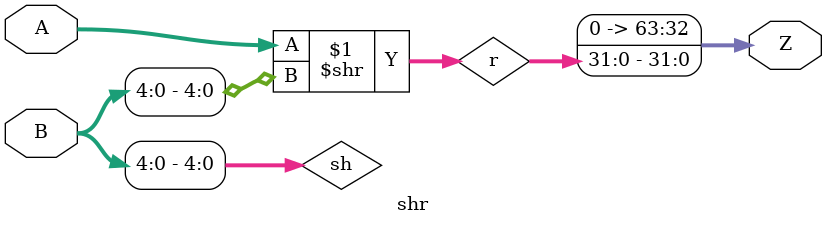
<source format=v>

module shr(A, B, Z);

   input  [31:0] A, B;
   output [63:0] Z;

   wire   [4:0]  sh;
   wire   [31:0] r;

   assign sh = B[4:0];
   assign r = A >> sh;
   assign Z = {32'b0, r};

endmodule


</source>
